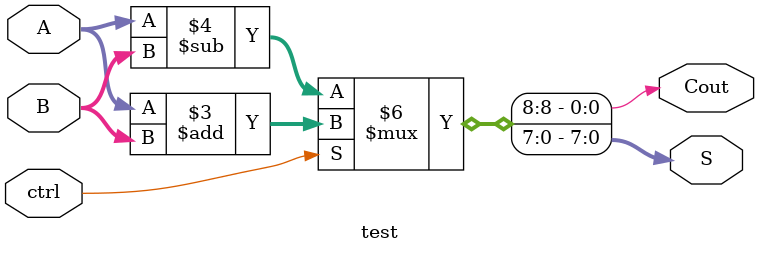
<source format=v>
module test (
    input [7:0]A,
    input [7:0]B,
    input ctrl,
    output reg Cout,
    output reg [7:0]S
    );
    
    always@(A or B or ctrl)
        begin
        if(ctrl == 1)
            {Cout, S} = A + B;
        else
            {Cout, S} = A - B;
        end
endmodule
    
</source>
